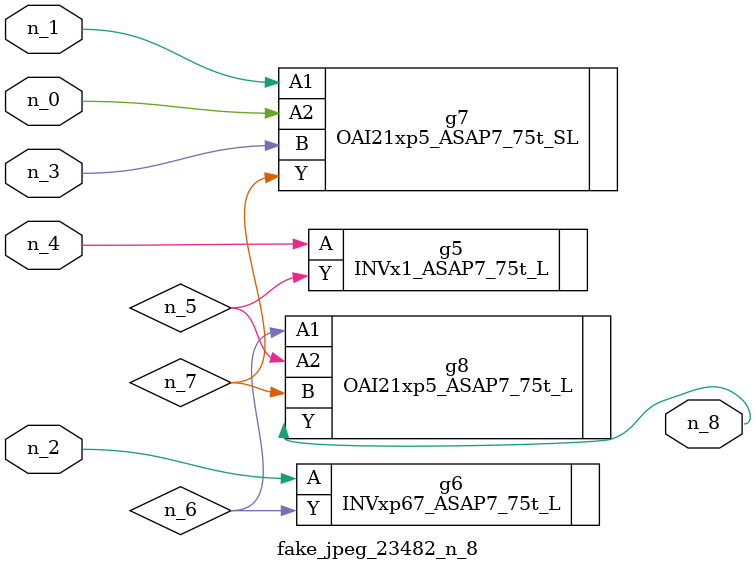
<source format=v>
module fake_jpeg_23482_n_8 (n_3, n_2, n_1, n_0, n_4, n_8);

input n_3;
input n_2;
input n_1;
input n_0;
input n_4;

output n_8;

wire n_6;
wire n_5;
wire n_7;

INVx1_ASAP7_75t_L g5 ( 
.A(n_4),
.Y(n_5)
);

INVxp67_ASAP7_75t_L g6 ( 
.A(n_2),
.Y(n_6)
);

OAI21xp5_ASAP7_75t_SL g7 ( 
.A1(n_1),
.A2(n_0),
.B(n_3),
.Y(n_7)
);

OAI21xp5_ASAP7_75t_L g8 ( 
.A1(n_6),
.A2(n_5),
.B(n_7),
.Y(n_8)
);


endmodule
</source>
